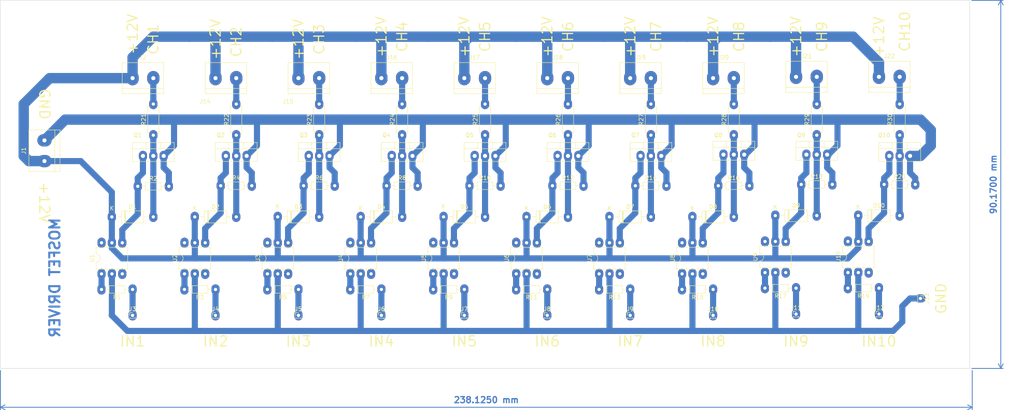
<source format=kicad_pcb>
(kicad_pcb (version 20211014) (generator pcbnew)
  (layers (0 "F.Cu" signal) (31 "B.Cu" signal) (34 "B.Paste" user) (35 "F.Paste" user) (36 "B.SilkS" user "B.Silkscreen") (37 "F.SilkS" user "F.Silkscreen") (38 "B.Mask" user) (39 "F.Mask" user) (44 "Edge.Cuts" user))
  (net 0 "")
  (net 1 "Net-(R1-Pad2)")
  (net 4 "Net-(D1-Pad1)")
  (net 5 "Net-(D1-Pad2)")
  (net 6 "Net-(D2-Pad2)")
  (net 7 "Net-(D3-Pad2)")
  (net 8 "Net-(D4-Pad2)")
  (net 9 "Net-(D5-Pad2)")
  (net 10 "Net-(D6-Pad2)")
  (net 11 "Net-(D7-Pad2)")
  (net 12 "Net-(D8-Pad2)")
  (net 13 "Net-(Q2-Pad1)")
  (net 14 "Net-(Q3-Pad1)")
  (net 15 "Net-(Q4-Pad1)")
  (net 16 "Net-(Q5-Pad1)")
  (net 17 "Net-(Q6-Pad1)")
  (net 18 "Net-(Q7-Pad1)")
  (net 19 "Net-(Q8-Pad1)")
  (net 20 "Net-(Q9-Pad1)")
  (net 21 "Net-(Q10-Pad1)")
  (net 22 "Net-(R3-Pad2)")
  (net 23 "Net-(R5-Pad2)")
  (net 24 "Net-(R7-Pad2)")
  (net 25 "Net-(R9-Pad2)")
  (net 26 "Net-(R11-Pad2)")
  (net 27 "Net-(R13-Pad2)")
  (net 28 "Net-(R15-Pad2)")
  (net 29 "Net-(R17-Pad2)")
  (net 30 "Net-(R19-Pad2)")
  (net 49 "Net-(D9-Pad2)")
  (net 50 "Net-(D10-Pad2)")
  (net 51 "Net-(J1-Pad2)")
  (net 52 "Net-(J2-Pad2)")
  (net 53 "Net-(J3-Pad1)")
  (net 54 "Net-(J4-Pad1)")
  (net 55 "Net-(J5-Pad1)")
  (net 56 "Net-(J6-Pad1)")
  (net 57 "Net-(J7-Pad1)")
  (net 58 "Net-(J8-Pad1)")
  (net 59 "Net-(J9-Pad1)")
  (net 60 "Net-(J10-Pad1)")
  (net 61 "Net-(Q1-Pad1)")
  (net 62 "Net-(J11-Pad1)")
  (net 63 "Net-(J12-Pad1)")
  (net 64 "Net-(J13-Pad1)")
  (net 65 "Net-(J14-Pad2)")
  (net 66 "Net-(J15-Pad2)")
  (net 67 "Net-(J16-Pad2)")
  (net 68 "Net-(J17-Pad2)")
  (net 69 "Net-(J18-Pad2)")
  (net 70 "Net-(J19-Pad2)")
  (net 71 "Net-(J20-Pad2)")
  (net 72 "Net-(J21-Pad2)")
  (net 73 "Net-(J22-Pad2)")
  (footprint "Connector_PinHeader_1.00mm:PinHeader_1x01_P1.00mm_Vertical" (layer "F.Cu") (at 81.915 112.10425)
    (fp_text reference "J4")
    (fp_text value "Conn_01x01_Male")
  )
  (footprint "Diode_THT:D_DO-41_SOD81_P10.16mm_Horizontal" (layer "F.Cu") (at 178.435 87.96975)
    (fp_text reference "D7")
    (fp_text value "1N4007")
  )
  (footprint "Resistor_THT:R_Axial_DIN0204_L3.6mm_D1.6mm_P7.62mm_Horizontal" (layer "F.Cu") (at 103.505 80.33725)
    (fp_text reference "R6")
    (fp_text value "R_US")
  )
  (footprint "Resistor_THT:R_Axial_DIN0207_L6.3mm_D2.5mm_P7.62mm_Horizontal" (layer "F.Cu") (at 66.675 67.9495 90)
    (fp_text reference "R21")
    (fp_text value "R_US")
  )
  (footprint "Connector_PinHeader_1.00mm:PinHeader_1x01_P1.00mm_Vertical" (layer "F.Cu") (at 122.555 112.09975)
    (fp_text reference "J6")
    (fp_text value "Conn_01x01_Male")
  )
  (footprint "Diode_THT:D_DO-41_SOD81_P10.16mm_Horizontal" (layer "F.Cu") (at 198.755 87.96975)
    (fp_text reference "D8")
    (fp_text value "1N4007")
  )
  (footprint "Resistor_THT:R_Axial_DIN0207_L6.3mm_D2.5mm_P7.62mm_Horizontal" (layer "F.Cu") (at 147.955 67.9495 90)
    (fp_text reference "R25")
    (fp_text value "R_US")
  )
  (footprint "Connector_PinHeader_1.00mm:PinHeader_1x01_P1.00mm_Vertical" (layer "F.Cu") (at 203.835 112.09975)
    (fp_text reference "J10")
    (fp_text value "Conn_01x01_Male")
  )
  (footprint "TerminalBlock:TerminalBlock_bornier-2_P5.08mm" (layer "F.Cu") (at 81.915 53.975)
    (fp_text reference "J14")
    (fp_text value "Screw_Terminal_01x02")
  )
  (footprint "Resistor_THT:R_Axial_DIN0207_L6.3mm_D2.5mm_P7.62mm_Horizontal" (layer "F.Cu") (at 86.995 67.9495 90)
    (fp_text reference "R22")
    (fp_text value "R_US")
  )
  (footprint "Package_TO_SOT_THT:TO-220-3_Vertical" (layer "F.Cu") (at 64.135 73.0295)
    (fp_text reference "Q1")
    (fp_text value "IRLZ44N")
  )
  (footprint "TerminalBlock:TerminalBlock_bornier-2_P5.08mm" (layer "F.Cu") (at 183.515 53.975)
    (fp_text reference "J19")
    (fp_text value "Screw_Terminal_01x02")
  )
  (footprint "Package_DIP:DIP-6_W7.62mm" (layer "F.Cu") (at 216.55 101.61525 90)
    (fp_text reference "U9")
    (fp_text value "4N25")
  )
  (footprint "TerminalBlock:TerminalBlock_bornier-2_P5.08mm" (layer "F.Cu") (at 163.195 53.975)
    (fp_text reference "J18")
    (fp_text value "Screw_Terminal_01x02")
  )
  (footprint "Diode_THT:D_DO-41_SOD81_P10.16mm_Horizontal" (layer "F.Cu") (at 137.795 87.96975)
    (fp_text reference "D5")
    (fp_text value "1N4007")
  )
  (footprint "Package_TO_SOT_THT:TO-220-3_Vertical" (layer "F.Cu") (at 206.375 72.715)
    (fp_text reference "Q8")
    (fp_text value "IRLZ44N")
  )
  (footprint "Resistor_THT:R_Axial_DIN0204_L3.6mm_D1.6mm_P7.62mm_Horizontal" (layer "F.Cu") (at 123.825 80.33725)
    (fp_text reference "R8")
    (fp_text value "R_US")
  )
  (footprint "Resistor_THT:R_Axial_DIN0204_L3.6mm_D1.6mm_P7.62mm_Horizontal" (layer "F.Cu") (at 203.835 105.74975 180)
    (fp_text reference "R15")
    (fp_text value "R_US")
  )
  (footprint "Connector_PinHeader_1.00mm:PinHeader_1x01_P1.00mm_Vertical" (layer "F.Cu") (at 224.155 111.78525)
    (fp_text reference "J11")
    (fp_text value "Conn_01x01_Male")
  )
  (footprint "Connector_PinHeader_1.00mm:PinHeader_1x01_P1.00mm_Vertical" (layer "F.Cu") (at 183.515 112.09975)
    (fp_text reference "J9")
    (fp_text value "Conn_01x01_Male")
  )
  (footprint "Resistor_THT:R_Axial_DIN0204_L3.6mm_D1.6mm_P7.62mm_Horizontal" (layer "F.Cu") (at 244.475 105.43525 180)
    (fp_text reference "R19")
    (fp_text value "R_US")
  )
  (footprint "Diode_THT:D_DO-41_SOD81_P10.16mm_Horizontal" (layer "F.Cu") (at 56.515 87.97425)
    (fp_text reference "D1")
    (fp_text value "1N4007")
  )
  (footprint "Package_DIP:DIP-6_W7.62mm" (layer "F.Cu") (at 175.91 101.92975 90)
    (fp_text reference "U7")
    (fp_text value "4N25")
  )
  (footprint "Resistor_THT:R_Axial_DIN0204_L3.6mm_D1.6mm_P7.62mm_Horizontal" (layer "F.Cu") (at 102.235 105.74975 180)
    (fp_text reference "R5")
    (fp_text value "R_US")
  )
  (footprint "Resistor_THT:R_Axial_DIN0207_L6.3mm_D2.5mm_P7.62mm_Horizontal" (layer "F.Cu") (at 107.315 67.9495 90)
    (fp_text reference "R23")
    (fp_text value "R_US")
  )
  (footprint "TerminalBlock:TerminalBlock_bornier-2_P5.08mm" (layer "F.Cu") (at 142.875 53.975)
    (fp_text reference "J17")
    (fp_text value "Screw_Terminal_01x02")
  )
  (footprint "Resistor_THT:R_Axial_DIN0207_L6.3mm_D2.5mm_P7.62mm_Horizontal" (layer "F.Cu") (at 188.595 67.9495 90)
    (fp_text reference "R27")
    (fp_text value "R_US")
  )
  (footprint "Package_DIP:DIP-6_W7.62mm" (layer "F.Cu") (at 236.87 101.61525 90)
    (fp_text reference "U10")
    (fp_text value "4N25")
  )
  (footprint "Connector_PinHeader_1.00mm:PinHeader_1x01_P1.00mm_Vertical" (layer "F.Cu") (at 61.595 112.10425)
    (fp_text reference "J3")
    (fp_text value "Conn_01x01_Male")
  )
  (footprint "TerminalBlock:TerminalBlock_bornier-2_P5.08mm" (layer "F.Cu") (at 61.595 53.9795)
    (fp_text reference "J2")
    (fp_text value "Screw_Terminal_01x02")
  )
  (footprint "Resistor_THT:R_Axial_DIN0204_L3.6mm_D1.6mm_P7.62mm_Horizontal" (layer "F.Cu") (at 225.425 80.02275)
    (fp_text reference "R18")
    (fp_text value "R_US")
  )
  (footprint "Diode_THT:D_DO-41_SOD81_P10.16mm_Horizontal" (layer "F.Cu") (at 97.155 87.96975)
    (fp_text reference "D3")
    (fp_text value "1N4007")
  )
  (footprint "Resistor_THT:R_Axial_DIN0204_L3.6mm_D1.6mm_P7.62mm_Horizontal" (layer "F.Cu") (at 164.465 80.33725)
    (fp_text reference "R12")
    (fp_text value "R_US")
  )
  (footprint "TerminalBlock:TerminalBlock_bornier-2_P5.08mm" (layer "F.Cu") (at 102.235 53.975)
    (fp_text reference "J15")
    (fp_text value "Screw_Terminal_01x02")
  )
  (footprint "Package_TO_SOT_THT:TO-220-3_Vertical" (layer "F.Cu") (at 186.055 73.025)
    (fp_text reference "Q7")
    (fp_text value "IRLZ44N")
  )
  (footprint "Diode_THT:D_DO-41_SOD81_P10.16mm_Horizontal" (layer "F.Cu") (at 76.835 87.96975)
    (fp_text reference "D2")
    (fp_text value "1N4007")
  )
  (footprint "Resistor_THT:R_Axial_DIN0204_L3.6mm_D1.6mm_P7.62mm_Horizontal" (layer "F.Cu") (at 184.785 80.33725)
    (fp_text reference "R14")
    (fp_text value "R_US")
  )
  (footprint "TerminalBlock:TerminalBlock_bornier-2_P5.08mm" (layer "F.Cu") (at 203.835 53.975)
    (fp_text reference "J20")
    (fp_text value "Screw_Terminal_01x02")
  )
  (footprint "Resistor_THT:R_Axial_DIN0204_L3.6mm_D1.6mm_P7.62mm_Horizontal" (layer "F.Cu") (at 61.595 105.75425 180)
    (fp_text reference "R1")
    (fp_text value "R_US")
  )
  (footprint "Package_TO_SOT_THT:TO-220-3_Vertical" (layer "F.Cu") (at 84.455 73.025)
    (fp_text reference "Q2")
    (fp_text value "IRLZ44N")
  )
  (footprint "Package_TO_SOT_THT:TO-220-3_Vertical" (layer "F.Cu") (at 165.735 73.025)
    (fp_text reference "Q6")
    (fp_text value "IRLZ44N")
  )
  (footprint "Resistor_THT:R_Axial_DIN0207_L6.3mm_D2.5mm_P7.62mm_Horizontal" (layer "F.Cu") (at 168.275 67.9495 90)
    (fp_text reference "R26")
    (fp_text value "R_US")
  )
  (footprint "Diode_THT:D_DO-41_SOD81_P10.16mm_Horizontal" (layer "F.Cu") (at 117.475 87.96975)
    (fp_text reference "D4")
    (fp_text value "1N4007")
  )
  (footprint "Connector_PinHeader_1.00mm:PinHeader_1x01_P1.00mm_Vertical" (layer "F.Cu") (at 254.635 107.9545 -90)
    (fp_text reference "J13")
    (fp_text value "Conn_01x01_Male")
  )
  (footprint "Connector_PinHeader_1.00mm:PinHeader_1x01_P1.00mm_Vertical" (layer "F.Cu") (at 163.195 112.09975)
    (fp_text reference "J8")
    (fp_text value "Conn_01x01_Male")
  )
  (footprint "Diode_THT:D_DO-41_SOD81_P10.16mm_Horizontal" (layer "F.Cu") (at 219.075 87.65525)
    (fp_text reference "D9")
    (fp_text value "1N4007")
  )
  (footprint "Resistor_THT:R_Axial_DIN0204_L3.6mm_D1.6mm_P7.62mm_Horizontal" (layer "F.Cu") (at 122.555 105.74975 180)
    (fp_text reference "R7")
    (fp_text value "R_US")
  )
  (footprint "TerminalBlock:TerminalBlock_bornier-2_P5.08mm" (layer "F.Cu") (at 40.005 74.2995 90)
    (fp_text reference "J1")
    (fp_text value "Screw_Terminal_01x02")
  )
  (footprint "Resistor_THT:R_Axial_DIN0204_L3.6mm_D1.6mm_P7.62mm_Horizontal" (layer "F.Cu") (at 81.915 105.75425 180)
    (fp_text reference "R3")
    (fp_text value "R_US")
  )
  (footprint "Package_DIP:DIP-6_W7.62mm" (layer "F.Cu") (at 155.59 101.92975 90)
    (fp_text reference "U6")
    (fp_text value "4N25")
  )
  (footprint "Resistor_THT:R_Axial_DIN0207_L6.3mm_D2.5mm_P7.62mm_Horizontal" (layer "F.Cu") (at 229.235 67.9495 90)
    (fp_text reference "R29")
    (fp_text value "R_US")
  )
  (footprint "Package_TO_SOT_THT:TO-220-3_Vertical" (layer "F.Cu") (at 226.695 72.715)
    (fp_text reference "Q9")
    (fp_text value "IRLZ44N")
  )
  (footprint "TerminalBlock:TerminalBlock_bornier-2_P5.08mm" (layer "F.Cu") (at 122.555 53.975)
    (fp_text reference "J16")
    (fp_text value "Screw_Terminal_01x02")
  )
  (footprint "Diode_THT:D_DO-41_SOD81_P10.16mm_Horizontal" (layer "F.Cu") (at 158.115 87.96975)
    (fp_text reference "D6")
    (fp_text value "1N4007")
  )
  (footprint "Package_TO_SOT_THT:TO-220-3_Vertical" (layer "F.Cu") (at 125.095 73.025)
    (fp_text reference "Q4")
    (fp_text value "IRLZ44N")
  )
  (footprint "Resistor_THT:R_Axial_DIN0207_L6.3mm_D2.5mm_P7.62mm_Horizontal" (layer "F.Cu") (at 208.915 67.9495 90)
    (fp_text reference "R28")
    (fp_text value "R_US")
  )
  (footprint "Package_TO_SOT_THT:TO-220-3_Vertical" (layer "F.Cu") (at 104.775 73.025)
    (fp_text reference "Q3")
    (fp_text value "IRLZ44N")
  )
  (footprint "Package_DIP:DIP-6_W7.62mm" (layer "F.Cu") (at 196.23 101.92975 90)
    (fp_text reference "U8")
    (fp_text value "4N25")
  )
  (footprint "Resistor_THT:R_Axial_DIN0204_L3.6mm_D1.6mm_P7.62mm_Horizontal" (layer "F.Cu") (at 205.105 80.33725)
    (fp_text reference "R16")
    (fp_text value "R_US")
  )
  (footprint "Resistor_THT:R_Axial_DIN0204_L3.6mm_D1.6mm_P7.62mm_Horizontal" (layer "F.Cu") (at 144.145 80.33725)
    (fp_text reference "R10")
    (fp_text value "R_US")
  )
  (footprint "Package_DIP:DIP-6_W7.62mm" (layer "F.Cu") (at 53.99 101.93425 90)
    (fp_text reference "U1")
    (fp_text value "4N25")
  )
  (footprint "Resistor_THT:R_Axial_DIN0204_L3.6mm_D1.6mm_P7.62mm_Horizontal" (layer "F.Cu") (at 83.185 80.33725)
    (fp_text reference "R4")
    (fp_text value "R_US")
  )
  (footprint "Resistor_THT:R_Axial_DIN0204_L3.6mm_D1.6mm_P7.62mm_Horizontal" (layer "F.Cu") (at 245.745 80.02275)
    (fp_text reference "R20")
    (fp_text value "R_US")
  )
  (footprint "Connector_PinHeader_1.00mm:PinHeader_1x01_P1.00mm_Vertical" (layer "F.Cu") (at 102.235 112.09975)
    (fp_text reference "J5")
    (fp_text value "Conn_01x01_Male")
  )
  (footprint "Package_TO_SOT_THT:TO-220-3_Vertical" (layer "F.Cu") (at 247.015 73.0295)
    (fp_text reference "Q10")
    (fp_text value "IRLZ44N")
  )
  (footprint "TerminalBlock:TerminalBlock_bornier-2_P5.08mm" (layer "F.Cu") (at 224.155 53.6605)
    (fp_text reference "J21")
    (fp_text value "Screw_Terminal_01x02")
  )
  (footprint "Connector_PinHeader_1.00mm:PinHeader_1x01_P1.00mm_Vertical" (layer "F.Cu") (at 142.875 112.09975)
    (fp_text reference "J7")
    (fp_text value "Conn_01x01_Male")
  )
  (footprint "Resistor_THT:R_Axial_DIN0204_L3.6mm_D1.6mm_P7.62mm_Horizontal" (layer "F.Cu") (at 163.195 105.74975 180)
    (fp_text reference "R11")
    (fp_text value "R_US")
  )
  (footprint "Resistor_THT:R_Axial_DIN0207_L6.3mm_D2.5mm_P7.62mm_Horizontal" (layer "F.Cu") (at 127.635 67.9495 90)
    (fp_text reference "R24")
    (fp_text value "R_US")
  )
  (footprint "Diode_THT:D_DO-41_SOD81_P10.16mm_Horizontal" (layer "F.Cu") (at 239.395 87.65525)
    (fp_text reference "D10")
    (fp_text value "1N4007")
  )
  (footprint "Resistor_THT:R_Axial_DIN0204_L3.6mm_D1.6mm_P7.62mm_Horizontal" (layer "F.Cu") (at 224.155 105.43525 180)
    (fp_text reference "R17")
    (fp_text value "R_US")
  )
  (footprint "Resistor_THT:R_Axial_DIN0207_L6.3mm_D2.5mm_P7.62mm_Horizontal" (layer "F.Cu") (at 249.555 67.9495 90)
    (fp_text reference "R30")
    (fp_text value "R_US")
  )
  (footprint "Package_TO_SOT_THT:TO-220-3_Vertical" (layer "F.Cu") (at 145.415 73.025)
    (fp_text reference "Q5")
    (fp_text value "IRLZ44N")
  )
  (footprint "Package_DIP:DIP-6_W7.62mm" (layer "F.Cu") (at 114.95 101.92975 90)
    (fp_text reference "U4")
    (fp_text value "4N25")
  )
  (footprint "Resistor_THT:R_Axial_DIN0204_L3.6mm_D1.6mm_P7.62mm_Horizontal" (layer "F.Cu") (at 62.865 80.48175)
    (fp_text reference "R2")
    (fp_text value "R_US")
  )
  (footprint "Resistor_THT:R_Axial_DIN0204_L3.6mm_D1.6mm_P7.62mm_Horizontal" (layer "F.Cu") (at 142.875 105.74975 180)
    (fp_text reference "R9")
    (fp_text value "R_US")
  )
  (footprint "Package_DIP:DIP-6_W7.62mm" (layer "F.Cu") (at 94.63 101.92975 90)
    (fp_text reference "U3")
    (fp_text value "4N25")
  )
  (footprint "Package_DIP:DIP-6_W7.62mm" (layer "F.Cu") (at 135.27 101.92975 90)
    (fp_text reference "U5")
    (fp_text value "4N25")
  )
  (footprint "TerminalBlock:TerminalBlock_bornier-2_P5.08mm" (layer "F.Cu") (at 244.475 53.6605)
    (fp_text reference "J22")
    (fp_text value "Screw_Terminal_01x02")
  )
  (footprint "Resistor_THT:R_Axial_DIN0204_L3.6mm_D1.6mm_P7.62mm_Horizontal" (layer "F.Cu") (at 183.515 105.74975 180)
    (fp_text reference "R13")
    (fp_text value "R_US")
  )
  (footprint "Connector_PinHeader_1.00mm:PinHeader_1x01_P1.00mm_Vertical" (layer "F.Cu") (at 244.475 111.78525)
    (fp_text reference "J12")
    (fp_text value "Conn_01x01_Male")
  )
  (footprint "Package_DIP:DIP-6_W7.62mm" (layer "F.Cu") (at 74.31 101.92975 90)
    (fp_text reference "U2")
    (fp_text value "4N25")
  )
  (gr_rect (start 29.21 34.9295) (end 266.7 125.0995) (layer "Edge.Cuts") (width 0.1) (fill none))
  (gr_text "MOSFET DRIVER" (at 42.545 102.87 90) (layer "B.Cu") (effects (font (size 2.5 2.5) (thickness 0.5)) (justify mirror)))
  (gr_text "+12V" (at 203.835 43.8195 90) (layer "F.SilkS") (effects (font (size 2.5 2.5) (thickness 0.3))))
  (gr_text "IN6" (at 163.195 118.45425) (layer "F.SilkS") (effects (font (size 2.5 2.5) (thickness 0.3))))
  (gr_text "+12V" (at 81.915 44.45 90) (layer "F.SilkS") (effects (font (size 2.5 2.5) (thickness 0.3))))
  (gr_text "IN7" (at 183.515 118.45425) (layer "F.SilkS") (effects (font (size 2.5 2.5) (thickness 0.3))))
  (gr_text "+12V" (at 102.235 44.45 90) (layer "F.SilkS") (effects (font (size 2.5 2.5) (thickness 0.3))))
  (gr_text "IN2" (at 81.915 118.45425) (layer "F.SilkS") (effects (font (size 2.5 2.5) (thickness 0.3))))
  (gr_text "+12V" (at 244.475 43.8195 90) (layer "F.SilkS") (effects (font (size 2.5 2.5) (thickness 0.3))))
  (gr_text "IN9" (at 224.155 118.45425) (layer "F.SilkS") (effects (font (size 2.5 2.5) (thickness 0.3))))
  (gr_text "+12V" (at 183.515 43.8195 90) (layer "F.SilkS") (effects (font (size 2.5 2.5) (thickness 0.3))))
  (gr_text "CH5" (at 147.955 43.8195 90) (layer "F.SilkS") (effects (font (size 2.5 2.5) (thickness 0.3))))
  (gr_text "CH6" (at 168.275 43.8195 90) (layer "F.SilkS") (effects (font (size 2.5 2.5) (thickness 0.3))))
  (gr_text "+12V" (at 122.555 43.815 90) (layer "F.SilkS") (effects (font (size 2.5 2.5) (thickness 0.3))))
  (gr_text "CH10" (at 250.825 42.5495 90) (layer "F.SilkS") (effects (font (size 2.5 2.5) (thickness 0.3))))
  (gr_text "CH7" (at 189.865 43.8195 90) (layer "F.SilkS") (effects (font (size 2.5 2.5) (thickness 0.3))))
  (gr_text "IN4" (at 122.555 118.45425) (layer "F.SilkS") (effects (font (size 2.5 2.5) (thickness 0.3))))
  (gr_text "CH9" (at 230.505 43.8195 90) (layer "F.SilkS") (effects (font (size 2.5 2.5) (thickness 0.3))))
  (gr_text "CH2" (at 86.995 45.085 90) (layer "F.SilkS") (effects (font (size 2.5 2.5) (thickness 0.3))))
  (gr_text "+12V" (at 61.595 43.18 90) (layer "F.SilkS") (effects (font (size 2.5 2.5) (thickness 0.3))))
  (gr_text "IN10" (at 244.475 118.45425) (layer "F.SilkS") (effects (font (size 2.5 2.5) (thickness 0.3))))
  (gr_text "CH8" (at 210.185 43.8195 90) (layer "F.SilkS") (effects (font (size 2.5 2.5) (thickness 0.3))))
  (gr_text "+12V" (at 224.155 43.8195 90) (layer "F.SilkS") (effects (font (size 2.5 2.5) (thickness 0.3))))
  (gr_text "CH4" (at 127.635 43.8195 90) (layer "F.SilkS") (effects (font (size 2.5 2.5) (thickness 0.3))))
  (gr_text "IN3" (at 102.235 118.45425) (layer "F.SilkS") (effects (font (size 2.5 2.5) (thickness 0.3))))
  (gr_text "CH1" (at 66.675 44.45 90) (layer "F.SilkS") (effects (font (size 2.5 2.5) (thickness 0.3))))
  (gr_text "IN1" (at 61.595 118.45425) (layer "F.SilkS") (effects (font (size 2.5 2.5) (thickness 0.3))))
  (gr_text "CH3" (at 107.315 44.45 90) (layer "F.SilkS") (effects (font (size 2.5 2.5) (thickness 0.3))))
  (gr_text "+12V" (at 163.195 43.8195 90) (layer "F.SilkS") (effects (font (size 2.5 2.5) (thickness 0.3))))
  (gr_text "IN8" (at 203.835 118.45425) (layer "F.SilkS") (effects (font (size 2.5 2.5) (thickness 0.3))))
  (gr_text "IN5" (at 142.875 118.45425) (layer "F.SilkS") (effects (font (size 2.5 2.5) (thickness 0.3))))
  (gr_text "+12V" (at 40.005 84.4595 270) (layer "F.SilkS") (effects (font (size 2.5 2.5) (thickness 0.3))))
  (gr_text "+12V" (at 142.875 43.8195 90) (layer "F.SilkS") (effects (font (size 2.5 2.5) (thickness 0.3))))
  (gr_text "GND" (at 259.715 107.9545 90) (layer "F.SilkS") (effects (font (size 2.5 2.5) (thickness 0.3))))
  (gr_text "GND" (at 40.005 60.3295 270) (layer "F.SilkS") (effects (font (size 2.5 2.5) (thickness 0.3))))
  (dimension (type aligned) (layer "B.Cu") (pts (xy 266.7 34.9295) (xy 266.7 125.0995)) (height -7.62) (gr_text "90.1700 mm" (at 272.52 80.0145 90) (layer "B.Cu") (effects (font (size 1.5 1.5) (thickness 0.3)))) (format (units 3) (units_format 1) (precision 4)) (style (thickness 0.2) (arrow_length 1.27) (text_position_mode 0) (extension_height 0.58642) (extension_offset 0.5) keep_text_aligned))
  (dimension (type aligned) (layer "B.Cu") (pts (xy 29.21 125.0995) (xy 267.335 125.0995)) (height 9.5205) (gr_text "238.1250 mm" (at 148.2725 132.82) (layer "B.Cu") (effects (font (size 1.5 1.5) (thickness 0.3)))) (format (units 3) (units_format 1) (precision 4)) (style (thickness 0.2) (arrow_length 1.27) (text_position_mode 0) (extension_height 0.58642) (extension_offset 0.5) keep_text_aligned))
  (segment (start 53.99 105.73925) (end 53.975 105.75425) (width 1.5) (layer "B.Cu") (net 1))
  (segment (start 53.99 101.93425) (end 53.99 105.73925) (width 1.5) (layer "B.Cu") (net 1))
  (segment (start 36.195 74.2995) (end 40.005 74.2995) (width 2.54) (layer "B.Cu") (net 4))
  (segment (start 178.435 87.96975) (end 178.435 94.29475) (width 1.5) (layer "B.Cu") (net 4))
  (segment (start 61.595 48.8995) (end 66.675 43.8195) (width 2.54) (layer "B.Cu") (net 4))
  (segment (start 56.53 87.98925) (end 56.515 87.97425) (width 1.5) (layer "B.Cu") (net 4))
  (segment (start 224.155 43.8195) (end 238.125 43.8195) (width 2.54) (layer "B.Cu") (net 4))
  (segment (start 137.795 94.29475) (end 137.81 94.30975) (width 1.5) (layer "B.Cu") (net 4))
  (segment (start 34.925 73.0295) (end 34.925 60.3295) (width 2.54) (layer "B.Cu") (net 4))
  (segment (start 239.395 93.98025) (end 239.41 93.99525) (width 1.5) (layer "B.Cu") (net 4))
  (segment (start 158.115 94.29475) (end 158.13 94.30975) (width 1.5) (layer "B.Cu") (net 4))
  (segment (start 236.855 98.13425) (end 239.41 95.57925) (width 1.5) (layer "B.Cu") (net 4))
  (segment (start 48.895 74.2995) (end 40.005 74.2995) (width 1.5) (layer "B.Cu") (net 4))
  (segment (start 142.875 53.975) (end 142.875 45.0895) (width 2.54) (layer "B.Cu") (net 4))
  (segment (start 117.49 98.11925) (end 117.475 98.13425) (width 1.5) (layer "B.Cu") (net 4))
  (segment (start 76.835 94.29475) (end 76.85 94.30975) (width 1.5) (layer "B.Cu") (net 4))
  (segment (start 183.515 43.8195) (end 197.485 43.8195) (width 2.54) (layer "B.Cu") (net 4))
  (segment (start 144.145 43.8195) (end 155.575 43.8195) (width 2.54) (layer "B.Cu") (net 4))
  (segment (start 75.565 43.8195) (end 81.915 43.8195) (width 2.54) (layer "B.Cu") (net 4))
  (segment (start 76.85 94.30975) (end 76.85 98.11925) (width 1.5) (layer "B.Cu") (net 4))
  (segment (start 203.835 45.0895) (end 205.105 43.8195) (width 2.54) (layer "B.Cu") (net 4))
  (segment (start 219.09 93.99525) (end 219.09 98.11925) (width 1.5) (layer "B.Cu") (net 4))
  (segment (start 219.075 87.65525) (end 219.075 93.98025) (width 1.5) (layer "B.Cu") (net 4))
  (segment (start 56.515 87.97425) (end 56.515 94.29925) (width 1.5) (layer "B.Cu") (net 4))
  (segment (start 97.155 87.96975) (end 97.155 94.29475) (width 1.5) (layer "B.Cu") (net 4))
  (segment (start 97.155 98.13425) (end 117.475 98.13425) (width 1.5) (layer "B.Cu") (net 4))
  (segment (start 95.885 43.8195) (end 102.235 43.8195) (width 2.54) (layer "B.Cu") (net 4))
  (segment (start 56.515 87.97425) (end 56.515 81.9195) (width 1.5) (layer "B.Cu") (net 4))
  (segment (start 219.075 93.98025) (end 219.09 93.99525) (width 1.5) (layer "B.Cu") (net 4))
  (segment (start 178.45 98.11925) (end 178.435 98.13425) (width 1.5) (layer "B.Cu") (net 4))
  (segment (start 66.675 43.8195) (end 75.565 43.8195) (width 2.54) (layer "B.Cu") (net 4))
  (segment (start 116.205 43.8195) (end 122.555 43.8195) (width 2.54) (layer "B.Cu") (net 4))
  (segment (start 97.17 94.30975) (end 97.17 98.11925) (width 1.5) (layer "B.Cu") (net 4))
  (segment (start 217.805 43.8195) (end 224.155 43.8195) (width 2.54) (layer "B.Cu") (net 4))
  (segment (start 122.555 53.975) (end 122.555 43.8195) (width 2.54) (layer "B.Cu") (net 4))
  (segment (start 197.485 43.8195) (end 205.105 43.8195) (width 2.54) (layer "B.Cu") (net 4))
  (segment (start 117.49 94.30975) (end 117.49 98.11925) (width 1.5) (layer "B.Cu") (net 4))
  (segment (start 97.155 94.29475) (end 97.17 94.30975) (width 1.5) (layer "B.Cu") (net 4))
  (segment (start 219.09 98.11925) (end 219.075 98.13425) (width 1.5) (layer "B.Cu") (net 4))
  (segment (start 102.235 53.975) (end 102.235 43.8195) (width 2.54) (layer "B.Cu") (net 4))
  (segment (start 142.875 45.0895) (end 144.145 43.8195) (width 2.54) (layer "B.Cu") (net 4))
  (segment (start 163.195 43.8195) (end 177.165 43.8195) (width 2.54) (layer "B.Cu") (net 4))
  (segment (start 56.53 95.60925) (end 59.055 98.13425) (width 1.5) (layer "B.Cu") (net 4))
  (segment (start 59.055 98.13425) (end 76.835 98.13425) (width 1.5) (layer "B.Cu") (net 4))
  (segment (start 76.835 98.13425) (end 97.155 98.13425) (width 1.5) (layer "B.Cu") (net 4))
  (segment (start 97.17 98.11925) (end 97.155 98.13425) (width 1.5) (layer "B.Cu") (net 4))
  (segment (start 183.515 53.975) (end 183.515 43.8195) (width 2.54) (layer "B.Cu") (net 4))
  (segment (start 205.105 43.8195) (end 217.805 43.8195) (width 2.54) (layer "B.Cu") (net 4))
  (segment (start 137.81 98.11925) (end 137.795 98.13425) (width 1.5) (layer "B.Cu") (net 4))
  (segment (start 76.835 87.96975) (end 76.835 94.29475) (width 1.5) (layer "B.Cu") (net 4))
  (segment (start 137.795 98.13425) (end 158.115 98.13425) (width 1.5) (layer "B.Cu") (net 4))
  (segment (start 137.795 87.96975) (end 137.795 94.29475) (width 1.5) (layer "B.Cu") (net 4))
  (segment (start 158.13 94.30975) (end 158.13 98.11925) (width 1.5) (layer "B.Cu") (net 4))
  (segment (start 178.435 98.13425) (end 198.755 98.13425) (width 1.5) (layer "B.Cu") (net 4))
  (segment (start 117.475 94.29475) (end 117.49 94.30975) (width 1.5) (layer "B.Cu") (net 4))
  (segment (start 76.85 98.11925) (end 76.835 98.13425) (width 1.5) (layer "B.Cu") (net 4))
  (segment (start 198.755 94.29475) (end 198.77 94.30975) (width 1.5) (layer "B.Cu") (net 4))
  (segment (start 56.515 81.9195) (end 48.895 74.2995) (width 1.5) (layer "B.Cu") (net 4))
  (segment (start 239.395 87.65525) (end 239.395 93.98025) (width 1.5) (layer "B.Cu") (net 4))
  (segment (start 41.275 53.9795) (end 61.595 53.9795) (width 2.54) (layer "B.Cu") (net 4))
  (segment (start 224.155 53.6605) (end 224.155 43.8195) (width 2.54) (layer "B.Cu") (net 4))
  (segment (start 117.475 87.96975) (end 117.475 94.29475) (width 1.5) (layer "B.Cu") (net 4))
  (segment (start 219.075 98.13425) (end 236.855 98.13425) (width 1.5) (layer "B.Cu") (net 4))
  (segment (start 158.115 87.96975) (end 158.115 94.29475) (width 1.5) (layer "B.Cu") (net 4))
  (segment (start 177.165 43.8195) (end 183.515 43.8195) (width 2.54) (layer "B.Cu") (net 4))
  (segment (start 36.195 74.2995) (end 34.925 73.0295) (width 2.54) (layer "B.Cu") (net 4))
  (segment (start 203.835 53.975) (end 203.835 45.0895) (width 2.54) (layer "B.Cu") (net 4))
  (segment (start 238.125 43.8195) (end 244.475 50.1695) (width 2.54) (layer "B.Cu") (net 4))
  (segment (start 158.115 98.13425) (end 178.435 98.13425) (width 1.5) (layer "B.Cu") (net 4))
  (segment (start 155.575 43.8195) (end 163.195 43.8195) (width 2.54) (layer "B.Cu") (net 4))
  (segment (start 133.985 43.8195) (end 144.145 43.8195) (width 2.54) (layer "B.Cu") (net 4))
  (segment (start 163.195 53.975) (end 163.195 43.8195) (width 2.54) (layer "B.Cu") (net 4))
  (segment (start 61.595 53.9795) (end 61.595 48.8995) (width 2.54) (layer "B.Cu") (net 4))
  (segment (start 178.45 94.30975) (end 178.45 98.11925) (width 1.5) (layer "B.Cu") (net 4))
  (segment (start 158.13 98.11925) (end 158.115 98.13425) (width 1.5) (layer "B.Cu") (net 4))
  (segment (start 117.475 98.13425) (end 137.795 98.13425) (width 1.5) (layer "B.Cu") (net 4))
  (segment (start 56.53 94.31425) (end 56.53 95.60925) (width 1.5) (layer "B.Cu") (net 4))
  (segment (start 244.475 50.1695) (end 244.475 53.6605) (width 2.54) (layer "B.Cu") (net 4))
  (segment (start 137.81 94.30975) (end 137.81 98.11925) (width 1.5) (layer "B.Cu") (net 4))
  (segment (start 198.77 94.30975) (end 198.77 98.11925) (width 1.5) (layer "B.Cu") (net 4))
  (segment (start 198.77 98.11925) (end 198.755 98.13425) (width 1.5) (layer "B.Cu") (net 4))
  (segment (start 102.235 43.8195) (end 116.205 43.8195) (width 2.54) (layer "B.Cu") (net 4))
  (segment (start 56.515 94.29925) (end 56.53 94.31425) (width 1.5) (layer "B.Cu") (net 4))
  (segment (start 81.915 53.975) (end 81.915 43.8195) (width 2.54) (layer "B.Cu") (net 4))
  (segment (start 122.555 43.8195) (end 133.985 43.8195) (width 2.54) (layer "B.Cu") (net 4))
  (segment (start 239.41 95.57925) (end 239.41 93.99525) (width 1.5) (layer "B.Cu") (net 4))
  (segment (start 198.755 87.96975) (end 198.755 94.29475) (width 1.5) (layer "B.Cu") (net 4))
  (segment (start 198.755 98.13425) (end 219.075 98.13425) (width 1.5) (layer "B.Cu") (net 4))
  (segment (start 34.925 60.3295) (end 41.275 53.9795) (width 2.54) (layer "B.Cu") (net 4))
  (segment (start 81.915 43.8195) (end 95.885 43.8195) (width 2.54) (layer "B.Cu") (net 4))
  (segment (start 178.435 94.29475) (end 178.45 94.30975) (width 1.5) (layer "B.Cu") (net 4))
  (segment (start 66.675 73.0295) (end 66.675 67.9495) (width 1.5) (layer "B.Cu") (net 5))
  (segment (start 66.675 87.97425) (end 66.675 73.0295) (width 1.5) (layer "B.Cu") (net 5))
  (segment (start 86.995 87.96975) (end 86.995 73.025) (width 1.5) (layer "B.Cu") (net 6))
  (segment (start 86.995 67.9495) (end 86.995 73.025) (width 1.5) (layer "B.Cu") (net 6))
  (segment (start 107.315 73.025) (end 107.315 67.9495) (width 1.5) (layer "B.Cu") (net 7))
  (segment (start 107.315 87.96975) (end 107.315 73.025) (width 1.5) (layer "B.Cu") (net 7))
  (segment (start 127.635 87.96975) (end 127.635 73.025) (width 1.5) (layer "B.Cu") (net 8))
  (segment (start 127.635 67.9495) (end 127.635 73.025) (width 1.5) (layer "B.Cu") (net 8))
  (segment (start 147.955 67.9495) (end 147.955 73.025) (width 1.5) (layer "B.Cu") (net 9))
  (segment (start 147.955 87.96975) (end 147.955 73.025) (width 1.5) (layer "B.Cu") (net 9))
  (segment (start 168.275 73.025) (end 168.275 67.9495) (width 1.5) (layer "B.Cu") (net 10))
  (segment (start 168.275 87.96975) (end 168.275 73.025) (width 1.5) (layer "B.Cu") (net 10))
  (segment (start 188.595 67.9495) (end 188.595 73.025) (width 1.5) (layer "B.Cu") (net 11))
  (segment (start 188.595 73.025) (end 188.595 87.96975) (width 1.5) (layer "B.Cu") (net 11))
  (segment (start 208.915 72.715) (end 208.915 67.9495) (width 1.5) (layer "B.Cu") (net 12))
  (segment (start 208.915 87.96975) (end 208.915 72.715) (width 1.5) (layer "B.Cu") (net 12))
  (segment (start 79.375 94.001875) (end 79.375 90.807125) (width 1.5) (layer "B.Cu") (net 13))
  (segment (start 83.185 78.4345) (end 84.455 77.1645) (width 1.5) (layer "B.Cu") (net 13))
  (segment (start 83.185 80.48175) (end 83.185 78.4345) (width 1.5) (layer "B.Cu") (net 13))
  (segment (start 79.375 90.807125) (end 83.17 87.012125) (width 1.5) (layer "B.Cu") (net 13))
  (segment (start 84.455 77.1645) (end 84.455 73.0295) (width 1.5) (layer "B.Cu") (net 13))
  (segment (start 83.17 87.012125) (end 83.17 80.169375) (width 1.5) (layer "B.Cu") (net 13))
  (segment (start 79.375 94.29475) (end 79.39 94.30975) (width 1.5) (layer "B.Cu") (net 13))
  (segment (start 104.775 77.1645) (end 104.775 73.0295) (width 1.5) (layer "B.Cu") (net 14))
  (segment (start 99.695 94.29475) (end 99.71 94.30975) (width 1.5) (layer "B.Cu") (net 14))
  (segment (start 103.505 80.48175) (end 103.505 78.4345) (width 1.5) (layer "B.Cu") (net 14))
  (segment (start 103.505 78.4345) (end 104.775 77.1645) (width 1.5) (layer "B.Cu") (net 14))
  (segment (start 103.49 87.012125) (end 103.49 80.169375) (width 1.5) (layer "B.Cu") (net 14))
  (segment (start 99.695 94.001875) (end 99.695 90.807125) (width 1.5) (layer "B.Cu") (net 14))
  (segment (start 99.695 90.807125) (end 103.49 87.012125) (width 1.5) (layer "B.Cu") (net 14))
  (segment (start 123.825 78.4345) (end 125.095 77.1645) (width 1.5) (layer "B.Cu") (net 15))
  (segment (start 120.015 90.807125) (end 123.81 87.012125) (width 1.5) (layer "B.Cu") (net 15))
  (segment (start 123.81 87.012125) (end 123.81 80.169375) (width 1.5) (layer "B.Cu") (net 15))
  (segment (start 125.095 77.1645) (end 125.095 73.0295) (width 1.5) (layer "B.Cu") (net 15))
  (segment (start 120.015 94.29475) (end 120.03 94.30975) (width 1.5) (layer "B.Cu") (net 15))
  (segment (start 120.015 94.001875) (end 120.015 90.807125) (width 1.5) (layer "B.Cu") (net 15))
  (segment (start 123.825 80.48175) (end 123.825 78.4345) (width 1.5) (layer "B.Cu") (net 15))
  (segment (start 144.13 87.012125) (end 144.13 80.169375) (width 1.5) (layer "B.Cu") (net 16))
  (segment (start 145.415 77.1645) (end 145.415 73.0295) (width 1.5) (layer "B.Cu") (net 16))
  (segment (start 144.145 80.48175) (end 144.145 78.4345) (width 1.5) (layer "B.Cu") (net 16))
  (segment (start 144.145 78.4345) (end 145.415 77.1645) (width 1.5) (layer "B.Cu") (net 16))
  (segment (start 140.335 94.001875) (end 140.335 90.807125) (width 1.5) (layer "B.Cu") (net 16))
  (segment (start 140.335 94.29475) (end 140.35 94.30975) (width 1.5) (layer "B.Cu") (net 16))
  (segment (start 140.335 90.807125) (end 144.13 87.012125) (width 1.5) (layer "B.Cu") (net 16))
  (segment (start 164.465 78.4345) (end 165.735 77.1645) (width 1.5) (layer "B.Cu") (net 17))
  (segment (start 165.735 77.1645) (end 165.735 73.0295) (width 1.5) (layer "B.Cu") (net 17))
  (segment (start 164.45 87.012125) (end 164.45 80.169375) (width 1.5) (layer "B.Cu") (net 17))
  (segment (start 160.655 90.807125) (end 164.45 87.012125) (width 1.5) (layer "B.Cu") (net 17))
  (segment (start 160.655 94.001875) (end 160.655 90.807125) (width 1.5) (layer "B.Cu") (net 17))
  (segment (start 160.655 94.29475) (end 160.67 94.30975) (width 1.5) (layer "B.Cu") (net 17))
  (segment (start 164.465 80.48175) (end 164.465 78.4345) (width 1.5) (layer "B.Cu") (net 17))
  (segment (start 184.785 78.4345) (end 186.055 77.1645) (width 1.5) (layer "B.Cu") (net 18))
  (segment (start 186.055 77.1645) (end 186.055 73.0295) (width 1.5) (layer "B.Cu") (net 18))
  (segment (start 180.975 90.807125) (end 184.77 87.012125) (width 1.5) (layer "B.Cu") (net 18))
  (segment (start 180.975 94.001875) (end 180.975 90.807125) (width 1.5) (layer "B.Cu") (net 18))
  (segment (start 184.785 80.48175) (end 184.785 78.4345) (width 1.5) (layer "B.Cu") (net 18))
  (segment (start 180.975 94.29475) (end 180.99 94.30975) (width 1.5) (layer "B.Cu") (net 18))
  (segment (start 184.77 87.012125) (end 184.77 80.169375) (width 1.5) (layer "B.Cu") (net 18))
  (segment (start 201.295 94.29475) (end 201.31 94.30975) (width 1.5) (layer "B.Cu") (net 19))
  (segment (start 205.09 87.012125) (end 205.09 80.169375) (width 1.5) (layer "B.Cu") (net 19))
  (segment (start 205.105 78.4345) (end 206.375 77.1645) (width 1.5) (layer "B.Cu") (net 19))
  (segment (start 201.295 94.001875) (end 201.295 90.807125) (width 1.5) (layer "B.Cu") (net 19))
  (segment (start 206.375 77.1645) (end 206.375 73.0295) (width 1.5) (layer "B.Cu") (net 19))
  (segment (start 205.105 80.48175) (end 205.105 78.4345) (width 1.5) (layer "B.Cu") (net 19))
  (segment (start 201.295 90.807125) (end 205.09 87.012125) (width 1.5) (layer "B.Cu") (net 19))
  (segment (start 221.615 93.98025) (end 221.63 93.99525) (width 1.5) (layer "B.Cu") (net 20))
  (segment (start 226.695 77.1645) (end 226.695 73.0295) (width 1.5) (layer "B.Cu") (net 20))
  (segment (start 221.615 94.001875) (end 221.615 90.807125) (width 1.5) (layer "B.Cu") (net 20))
  (segment (start 225.425 78.4345) (end 226.695 77.1645) (width 1.5) (layer "B.Cu") (net 20))
  (segment (start 225.41 87.012125) (end 225.41 80.169375) (width 1.5) (layer "B.Cu") (net 20))
  (segment (start 221.615 90.807125) (end 225.41 87.012125) (width 1.5) (layer "B.Cu") (net 20))
  (segment (start 225.425 80.48175) (end 225.425 78.4345) (width 1.5) (layer "B.Cu") (net 20))
  (segment (start 247.015 77.1645) (end 247.015 73.0295) (width 1.5) (layer "B.Cu") (net 21))
  (segment (start 241.935 90.807125) (end 245.73 87.012125) (width 1.5) (layer "B.Cu") (net 21))
  (segment (start 245.745 78.4345) (end 247.015 77.1645) (width 1.5) (layer "B.Cu") (net 21))
  (segment (start 245.745 80.02275) (end 245.745 78.4345) (width 1.5) (layer "B.Cu") (net 21))
  (segment (start 245.73 87.012125) (end 245.73 80.169375) (width 1.5) (layer "B.Cu") (net 21))
  (segment (start 241.935 93.98025) (end 241.95 93.99525) (width 1.5) (layer "B.Cu") (net 21))
  (segment (start 241.935 94.001875) (end 241.935 90.807125) (width 1.5) (layer "B.Cu") (net 21))
  (segment (start 74.31 105.73925) (end 74.295 105.75425) (width 1.5) (layer "B.Cu") (net 22))
  (segment (start 74.31 101.92975) (end 74.31 105.73925) (width 1.5) (layer "B.Cu") (net 22))
  (segment (start 94.63 105.73475) (end 94.615 105.74975) (width 1.5) (layer "B.Cu") (net 23))
  (segment (start 94.63 101.92975) (end 94.63 105.73475) (width 1.5) (layer "B.Cu") (net 23))
  (segment (start 114.935 105.74975) (end 114.935 101.94475) (width 1.5) (layer "B.Cu") (net 24))
  (segment (start 114.935 101.94475) (end 114.95 101.92975) (width 1.5) (layer "B.Cu") (net 24))
  (segment (start 135.27 101.92975) (end 135.27 105.73475) (width 1.5) (layer "B.Cu") (net 25))
  (segment (start 135.27 105.73475) (end 135.255 105.74975) (width 1.5) (layer "B.Cu") (net 25))
  (segment (start 155.575 101.94475) (end 155.59 101.92975) (width 1.5) (layer "B.Cu") (net 26))
  (segment (start 155.575 105.74975) (end 155.575 101.94475) (width 1.5) (layer "B.Cu") (net 26))
  (segment (start 175.91 101.92975) (end 175.91 105.73475) (width 1.5) (layer "B.Cu") (net 27))
  (segment (start 175.91 105.73475) (end 175.895 105.74975) (width 1.5) (layer "B.Cu") (net 27))
  (segment (start 196.23 105.73475) (end 196.215 105.74975) (width 1.5) (layer "B.Cu") (net 28))
  (segment (start 196.23 101.92975) (end 196.23 105.73475) (width 1.5) (layer "B.Cu") (net 28))
  (segment (start 216.55 101.61525) (end 216.55 105.42025) (width 1.5) (layer "B.Cu") (net 29))
  (segment (start 216.55 105.42025) (end 216.535 105.43525) (width 1.5) (layer "B.Cu") (net 29))
  (segment (start 236.87 101.61525) (end 236.87 105.42025) (width 1.5) (layer "B.Cu") (net 30))
  (segment (start 236.87 105.42025) (end 236.855 105.43525) (width 1.5) (layer "B.Cu") (net 30))
  (segment (start 229.235 72.715) (end 229.235 67.9495) (width 1.5) (layer "B.Cu") (net 49))
  (segment (start 229.235 72.715) (end 229.235 87.65525) (width 1.5) (layer "B.Cu") (net 49))
  (segment (start 249.555 87.65525) (end 249.555 73.0295) (width 1.5) (layer "B.Cu") (net 50))
  (segment (start 249.555 67.9495) (end 249.555 73.0295) (width 1.5) (layer "B.Cu") (net 50))
  (segment (start 252.095 77.1645) (end 252.095 73.0295) (width 1.5) (layer "B.Cu") (net 51))
  (segment (start 112.395 64.1395) (end 132.715 64.1395) (width 2.54) (layer "B.Cu") (net 51))
  (segment (start 191.1395 73.025) (end 193.675 70.4895) (width 1.5) (layer "B.Cu") (net 51))
  (segment (start 191.135 73.025) (end 191.1395 73.025) (width 1.5) (layer "B.Cu") (net 51))
  (segment (start 213.995 64.1395) (end 234.315 64.1395) (width 2.54) (layer "B.Cu") (net 51))
  (segment (start 150.495 73.025) (end 150.4995 73.025) (width 1.5) (layer "B.Cu") (net 51))
  (segment (start 170.815 73.025) (end 170.8195 73.025) (width 1.5) (layer "B.Cu") (net 51))
  (segment (start 191.135 73.0295) (end 191.135 75.8945) (width 1.5) (layer "B.Cu") (net 51))
  (segment (start 254.635 73.0295) (end 252.095 73.0295) (width 2.54) (layer "B.Cu") (net 51))
  (segment (start 89.5395 73.025) (end 92.075 70.4895) (width 1.5) (layer "B.Cu") (net 51))
  (segment (start 111.125 77.1645) (end 111.125 80.48175) (width 1.5) (layer "B.Cu") (net 51))
  (segment (start 153.035 70.4895) (end 153.035 64.1395) (width 1.5) (layer "B.Cu") (net 51))
  (segment (start 211.455 75.8945) (end 212.725 77.1645) (width 1.5) (layer "B.Cu") (net 51))
  (segment (start 69.215 75.8945) (end 70.485 77.1645) (width 1.5) (layer "B.Cu") (net 51))
  (segment (start 211.455 72.715) (end 211.7695 72.715) (width 1.5) (layer "B.Cu") (net 51))
  (segment (start 69.215 73.0295) (end 71.755 70.4895) (width 1.5) (layer "B.Cu") (net 51))
  (segment (start 150.4995 73.025) (end 153.035 70.4895) (width 1.5) (layer "B.Cu") (net 51))
  (segment (start 232.0895 72.715) (end 234.315 70.4895) (width 1.5) (layer "B.Cu") (net 51))
  (segment (start 89.535 75.8945) (end 90.805 77.1645) (width 1.5) (layer "B.Cu") (net 51))
  (segment (start 170.8195 73.025) (end 173.355 70.4895) (width 1.5) (layer "B.Cu") (net 51))
  (segment (start 131.445 77.1645) (end 131.445 80.48175) (width 1.5) (layer "B.Cu") (net 51))
  (segment (start 151.765 77.1645) (end 151.765 80.48175) (width 1.5) (layer "B.Cu") (net 51))
  (segment (start 71.755 64.1395) (end 92.075 64.1395) (width 2.54) (layer "B.Cu") (net 51))
  (segment (start 130.1795 73.025) (end 132.715 70.4895) (width 1.5) (layer "B.Cu") (net 51))
  (segment (start 257.175 70.4895) (end 254.635 73.0295) (width 2.54) (layer "B.Cu") (net 51))
  (segment (start 234.315 70.4895) (end 234.315 64.1395) (width 1.5) (layer "B.Cu") (net 51))
  (segment (start 254.635 64.1395) (end 257.175 66.6795) (width 2.54) (layer "B.Cu") (net 51))
  (segment (start 253.365 78.4345) (end 252.095 77.1645) (width 1.5) (layer "B.Cu") (net 51))
  (segment (start 192.405 77.1645) (end 192.405 80.48175) (width 1.5) (layer "B.Cu") (net 51))
  (segment (start 231.775 72.715) (end 232.0895 72.715) (width 1.5) (layer "B.Cu") (net 51))
  (segment (start 231.775 75.8945) (end 233.045 77.1645) (width 1.5) (layer "B.Cu") (net 51))
  (segment (start 112.395 70.4895) (end 112.395 64.1395) (width 1.5) (layer "B.Cu") (net 51))
  (segment (start 150.495 73.0295) (end 150.495 75.8945) (width 1.5) (layer "B.Cu") (net 51))
  (segment (start 132.715 64.1395) (end 153.035 64.1395) (width 2.54) (layer "B.Cu") (net 51))
  (segment (start 89.535 73.0295) (end 89.535 75.8945) (width 1.5) (layer "B.Cu") (net 51))
  (segment (start 150.495 75.8945) (end 151.765 77.1645) (width 1.5) (layer "B.Cu") (net 51))
  (segment (start 109.855 73.0295) (end 109.855 75.8945) (width 1.5) (layer "B.Cu") (net 51))
  (segment (start 109.8595 73.025) (end 112.395 70.4895) (width 1.5) (layer "B.Cu") (net 51))
  (segment (start 211.7695 72.715) (end 213.995 70.4895) (width 1.5) (layer "B.Cu") (net 51))
  (segment (start 173.355 70.4895) (end 173.355 64.1395) (width 1.5) (layer "B.Cu") (net 51))
  (segment (start 130.175 75.8945) (end 131.445 77.1645) (width 1.5) (layer "B.Cu") (net 51))
  (segment (start 234.315 64.1395) (end 254.635 64.1395) (width 2.54) (layer "B.Cu") (net 51))
  (segment (start 92.075 64.1395) (end 112.395 64.1395) (width 2.54) (layer "B.Cu") (net 51))
  (segment (start 172.085 77.1645) (end 172.085 80.48175) (width 1.5) (layer "B.Cu") (net 51))
  (segment (start 233.045 77.1645) (end 233.045 80.48175) (width 1.5) (layer "B.Cu") (net 51))
  (segment (start 170.815 73.0295) (end 170.815 75.8945) (width 1.5) (layer "B.Cu") (net 51))
  (segment (start 173.355 64.1395) (end 193.675 64.1395) (width 2.54) (layer "B.Cu") (net 51))
  (segment (start 193.675 64.1395) (end 213.995 64.1395) (width 2.54) (layer "B.Cu") (net 51))
  (segment (start 193.675 70.4895) (end 193.675 64.1395) (width 1.5) (layer "B.Cu") (net 51))
  (segment (start 153.035 64.1395) (end 173.355 64.1395) (width 2.54) (layer "B.Cu") (net 51))
  (segment (start 191.135 75.8945) (end 192.405 77.1645) (width 1.5) (layer "B.Cu") (net 51))
  (segment (start 40.005 69.2195) (end 45.085 64.1395) (width 2.54) (layer "B.Cu") (net 51))
  (segment (start 132.715 70.4895) (end 132.715 64.1395) (width 1.5) (layer "B.Cu") (net 51))
  (segment (start 69.215 73.0295) (end 69.215 75.8945) (width 1.5) (layer "B.Cu") (net 51))
  (segment (start 109.855 73.025) (end 109.8595 73.025) (width 1.5) (layer "B.Cu") (net 51))
  (segment (start 257.175 66.6795) (end 257.175 70.4895) (width 2.54) (layer "B.Cu") (net 51))
  (segment (start 130.175 73.025) (end 130.1795 73.025) (width 1.5) (layer "B.Cu") (net 51))
  (segment (start 92.075 70.4895) (end 92.075 64.1395) (width 1.5) (layer "B.Cu") (net 51))
  (segment (start 211.455 73.0295) (end 211.455 75.8945) (width 1.5) (layer "B.Cu") (net 51))
  (segment (start 89.535 73.025) (end 89.5395 73.025) (width 1.5) (layer "B.Cu") (net 51))
  (segment (start 130.175 73.0295) (end 130.175 75.8945) (width 1.5) (layer "B.Cu") (net 51))
  (segment (start 253.365 80.02275) (end 253.365 78.4345) (width 1.5) (layer "B.Cu") (net 51))
  (segment (start 90.805 77.1645) (end 90.805 80.48175) (width 1.5) (layer "B.Cu") (net 51))
  (segment (start 213.995 70.4895) (end 213.995 64.1395) (width 1.5) (layer "B.Cu") (net 51))
  (segment (start 71.755 70.4895) (end 71.755 64.1395) (width 1.5) (layer "B.Cu") (net 51))
  (segment (start 70.485 77.1645) (end 70.485 80.48175) (width 1.5) (layer "B.Cu") (net 51))
  (segment (start 109.855 75.8945) (end 111.125 77.1645) (width 1.5) (layer "B.Cu") (net 51))
  (segment (start 45.085 64.1395) (end 71.755 64.1395) (width 2.54) (layer "B.Cu") (net 51))
  (segment (start 212.725 77.1645) (end 212.725 80.48175) (width 1.5) (layer "B.Cu") (net 51))
  (segment (start 170.815 75.8945) (end 172.085 77.1645) (width 1.5) (layer "B.Cu") (net 51))
  (segment (start 231.775 73.0295) (end 231.775 75.8945) (width 1.5) (layer "B.Cu") (net 51))
  (segment (start 66.675 60.3295) (end 66.675 53.9795) (width 1.5) (layer "B.Cu") (net 52))
  (segment (start 61.595 105.75425) (end 61.595 112.10425) (width 1.5) (layer "B.Cu") (net 53))
  (segment (start 81.915 105.75425) (end 81.915 112.10425) (width 1.5) (layer "B.Cu") (net 54))
  (segment (start 102.235 105.74975) (end 102.235 112.09975) (width 1.5) (layer "B.Cu") (net 55))
  (segment (start 122.555 105.74975) (end 122.555 112.09975) (width 1.5) (layer "B.Cu") (net 56))
  (segment (start 142.875 105.74975) (end 142.875 112.09975) (width 1.5) (layer "B.Cu") (net 57))
  (segment (start 163.195 105.74975) (end 163.195 112.09975) (width 1.5) (layer "B.Cu") (net 58))
  (segment (start 183.515 112.09975) (end 183.515 105.74975) (width 1.5) (layer "B.Cu") (net 59))
  (segment (start 203.835 105.74975) (end 203.835 112.09975) (width 1.5) (layer "B.Cu") (net 60))
  (segment (start 64.135 77.1645) (end 64.135 73.0295) (width 1.5) (layer "B.Cu") (net 61))
  (segment (start 59.07 91.1195) (end 62.865 87.3245) (width 1.5) (layer "B.Cu") (net 61))
  (segment (start 62.865 78.4345) (end 64.135 77.1645) (width 1.5) (layer "B.Cu") (net 61))
  (segment (start 62.865 87.3245) (end 62.865 80.48175) (width 1.5) (layer "B.Cu") (net 61))
  (segment (start 62.865 80.48175) (end 62.865 78.4345) (width 1.5) (layer "B.Cu") (net 61))
  (segment (start 64.15 73.0445) (end 64.135 73.0295) (width 1.5) (layer "B.Cu") (net 61))
  (segment (start 59.055 94.29925) (end 59.07 94.31425) (width 1.5) (layer "B.Cu") (net 61))
  (segment (start 59.07 94.31425) (end 59.07 91.1195) (width 1.5) (layer "B.Cu") (net 61))
  (segment (start 224.155 105.43525) (end 224.155 111.78525) (width 1.5) (layer "B.Cu") (net 62))
  (segment (start 244.475 105.43525) (end 244.475 111.78525) (width 1.5) (layer "B.Cu") (net 63))
  (segment (start 97.155 115.91425) (end 76.835 115.91425) (width 1.5) (layer "B.Cu") (net 64))
  (segment (start 219.09 101.61525) (end 219.09 115.89925) (width 1.5) (layer "B.Cu") (net 64))
  (segment (start 158.115 115.91425) (end 137.795 115.91425) (width 1.5) (layer "B.Cu") (net 64))
  (segment (start 158.13 101.92975) (end 158.13 115.89925) (width 1.5) (layer "B.Cu") (net 64))
  (segment (start 76.85 115.89925) (end 76.835 115.91425) (width 1.5) (layer "B.Cu") (net 64))
  (segment (start 76.835 115.91425) (end 60.325 115.91425) (width 1.5) (layer "B.Cu") (net 64))
  (segment (start 178.45 101.92975) (end 178.45 115.89925) (width 1.5) (layer "B.Cu") (net 64))
  (segment (start 76.85 101.92975) (end 76.85 115.89925) (width 1.5) (layer "B.Cu") (net 64))
  (segment (start 219.075 115.91425) (end 198.755 115.91425) (width 1.5) (layer "B.Cu") (net 64))
  (segment (start 97.17 115.89925) (end 97.155 115.91425) (width 1.5) (layer "B.Cu") (net 64))
  (segment (start 219.09 115.89925) (end 219.075 115.91425) (width 1.5) (layer "B.Cu") (net 64))
  (segment (start 247.96025 115.89925) (end 250.19 113.6695) (width 1.5) (layer "B.Cu") (net 64))
  (segment (start 117.49 101.92975) (end 117.49 115.89925) (width 1.5) (layer "B.Cu") (net 64))
  (segment (start 137.795 115.91425) (end 117.475 115.91425) (width 1.5) (layer "B.Cu") (net 64))
  (segment (start 250.19 109.8595) (end 252.095 107.9545) (width 1.5) (layer "B.Cu") (net 64))
  (segment (start 198.755 115.91425) (end 178.435 115.91425) (width 1.5) (layer "B.Cu") (net 64))
  (segment (start 198.77 115.89925) (end 198.755 115.91425) (width 1.5) (layer "B.Cu") (net 64))
  (segment (start 97.17 101.92975) (end 97.17 115.89925) (width 1.5) (layer "B.Cu") (net 64))
  (segment (start 117.475 115.91425) (end 97.155 115.91425) (width 1.5) (layer "B.Cu") (net 64))
  (segment (start 137.81 115.89925) (end 137.795 115.91425) (width 1.5) (layer "B.Cu") (net 64))
  (segment (start 178.45 115.89925) (end 178.435 115.91425) (width 1.5) (layer "B.Cu") (net 64))
  (segment (start 158.13 115.89925) (end 158.115 115.91425) (width 1.5) (layer "B.Cu") (net 64))
  (segment (start 56.53 112.08925) (end 56.53 101.93425) (width 1.5) (layer "B.Cu") (net 64))
  (segment (start 239.41 115.89925) (end 239.395 115.91425) (width 1.5) (layer "B.Cu") (net 64))
  (segment (start 178.435 115.91425) (end 158.115 115.91425) (width 1.5) (layer "B.Cu") (net 64))
  (segment (start 250.19 113.6695) (end 250.19 109.8595) (width 1.5) (layer "B.Cu") (net 64))
  (segment (start 239.41 101.61525) (end 239.41 115.89925) (width 1.5) (layer "B.Cu") (net 64))
  (segment (start 56.515 112.10425) (end 56.53 112.08925) (width 1.5) (layer "B.Cu") (net 64))
  (segment (start 60.325 115.91425) (end 56.515 112.10425) (width 1.5) (layer "B.Cu") (net 64))
  (segment (start 252.095 107.9545) (end 254.635 107.9545) (width 1.5) (layer "B.Cu") (net 64))
  (segment (start 137.81 101.92975) (end 137.81 115.89925) (width 1.5) (layer "B.Cu") (net 64))
  (segment (start 239.395 115.91425) (end 219.075 115.91425) (width 1.5) (layer "B.Cu") (net 64))
  (segment (start 117.49 115.89925) (end 117.475 115.91425) (width 1.5) (layer "B.Cu") (net 64))
  (segment (start 198.77 101.92975) (end 198.77 115.89925) (width 1.5) (layer "B.Cu") (net 64))
  (segment (start 239.41 115.89925) (end 247.96025 115.89925) (width 1.5) (layer "B.Cu") (net 64))
  (segment (start 86.995 53.975) (end 86.995 60.3295) (width 1.5) (layer "B.Cu") (net 65))
  (segment (start 107.315 60.3295) (end 107.315 53.975) (width 1.5) (layer "B.Cu") (net 66))
  (segment (start 127.635 53.975) (end 127.635 60.3295) (width 1.5) (layer "B.Cu") (net 67))
  (segment (start 147.955 53.975) (end 147.955 60.3295) (width 1.5) (layer "B.Cu") (net 68))
  (segment (start 168.275 60.3295) (end 168.275 53.975) (width 1.5) (layer "B.Cu") (net 69))
  (segment (start 188.595 53.975) (end 188.595 60.3295) (width 1.5) (layer "B.Cu") (net 70))
  (segment (start 208.915 60.3295) (end 208.915 53.975) (width 1.5) (layer "B.Cu") (net 71))
  (segment (start 229.235 53.6605) (end 229.235 60.3295) (width 1.5) (layer "B.Cu") (net 72))
  (segment (start 249.555 53.6605) (end 249.555 60.3295) (width 1.5) (layer "B.Cu") (net 73))
)
</source>
